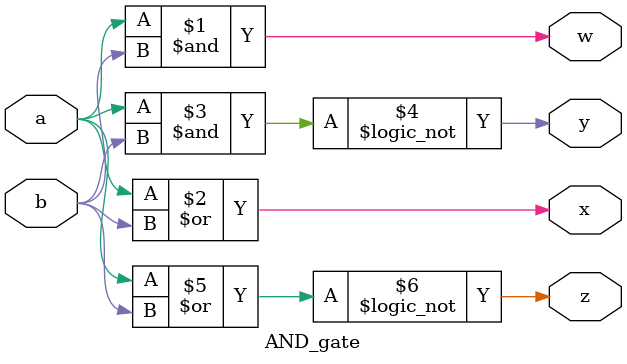
<source format=v>
`timescale 1ns/1ns

module AND_gate (
    input a, // First input
    input b, // Second input
    output w, // Output
    output x,
    output y,
    output z
);

assign w = a & b; //AND Gate
assign x = a | b; //OR Gate
assign y = !(a & b); //NAND Gate
assign z = !(a | b); //NOR Gate

endmodule

</source>
